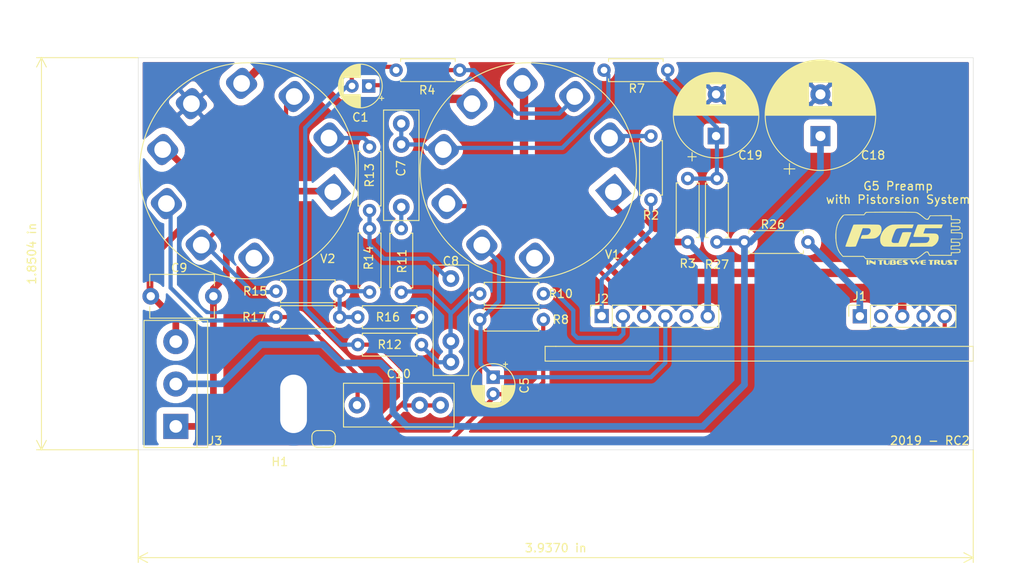
<source format=kicad_pcb>
(kicad_pcb (version 20171130) (host pcbnew "(5.1.2)-1")
  (title_block (title "Preamp G5 with Pistortion System") (date 2019-04-25) (rev RC2) (company http://www.projetg5.com) (comment 2 "Licence under Creative Commons BY-NC-SA 4.0") (comment 3 "with A-wai Amplification and LemonAmps") (comment 4 http://www.projetg5.com))
  (layers (0 F.Cu signal) (31 B.Cu signal) (34 B.Paste user) (35 F.Paste user) (36 B.SilkS user) (37 F.SilkS user) (38 B.Mask user) (39 F.Mask user) (44 Edge.Cuts user))
  (net 0 "")
  (net 1 "Net-(C1-Pad1)")
  (net 2 GNDS)
  (net 3 "Net-(C8-Pad1)")
  (net 4 /HT2)
  (net 5 /A_V1A)
  (net 6 /A+)
  (net 7 /A_V2A)
  (net 8 /A_V2B)
  (net 9 /HEATER2)
  (net 10 /K_V1B)
  (net 11 /IN)
  (net 12 /G_V1B)
  (net 13 GNDREF)
  (net 14 /BOOST)
  (net 15 /24VDC)
  (net 16 "Net-(J1-Pad2)")
  (net 17 "Net-(J2-Pad5)")
  (net 18 "Net-(C7-Pad2)")
  (net 19 "Net-(C7-Pad1)")
  (net 20 "Net-(C8-Pad2)")
  (net 21 "Net-(C10-Pad1)")
  (net 22 "Net-(C19-Pad1)")
  (net 23 "Net-(R2-Pad1)")
  (net 24 "Net-(R13-Pad1)")
  (net 25 "Net-(R14-Pad1)")
  (net 26 "Net-(R15-Pad1)")
  (net 27 "Net-(V1-Pad9)")
  (net 28 "Net-(V2-Pad9)")
  (module Capacitor_THT:CP_Radial_D5.0mm_P2.00mm (layer F.Cu) (at 72.5 91.3 270)
    (fp_text reference C5 (at 1 -3.75 90) (layer F.SilkS))
    (fp_text value 1µF/50v)
    (pad 2 thru_hole circle (at 2 0 270) (size 1.6 1.6) (drill 0.8) (layers *.Cu *.Mask) (net 2 GNDS))
    (pad 1 thru_hole rect (at 0 0 270) (size 1.6 1.6) (drill 0.8) (layers *.Cu *.Mask) (net 10 /K_V1B))
  )
  (module Capacitor_THT:CP_Radial_D5.0mm_P2.00mm (layer F.Cu) (at 57.6 56.4 180)
    (fp_text reference C1 (at 1 -3.75) (layer F.SilkS))
    (fp_text value 22µF/25v)
    (pad 2 thru_hole circle (at 2 0 180) (size 1.6 1.6) (drill 0.8) (layers *.Cu *.Mask) (net 2 GNDS))
    (pad 1 thru_hole rect (at 0 0 180) (size 1.6 1.6) (drill 0.8) (layers *.Cu *.Mask) (net 1 "Net-(C1-Pad1)"))
  )
  (module Capacitor_THT:C_Rect_L13.0mm_W4.0mm_P10.00mm_FKS3_FKP3_MKS4 (layer F.Cu) (at 67.44 79.48 270)
    (fp_text reference C8 (at -2.1 0) (layer F.SilkS))
    (fp_text value 22nF)
    (pad 2 thru_hole circle (at 10 0 270) (size 2 2) (drill 1) (layers *.Cu *.Mask) (net 20 "Net-(C8-Pad2)"))
    (pad 1 thru_hole circle (at 0 0 270) (size 2 2) (drill 1) (layers *.Cu *.Mask) (net 3 "Net-(C8-Pad1)"))
    (pad 3 thru_hole circle (at 7.5 0 270) (size 2 2) (drill 1) (layers *.Cu *.Mask))
  )
  (module Capacitor_THT:C_Rect_L13.0mm_W4.0mm_P10.00mm_FKS3_FKP3_MKS4 (layer F.Cu) (at 61.5 70.9 90)
    (fp_text reference C7 (at 4.63 -0.03 90) (layer F.SilkS))
    (fp_text value 22nF)
    (pad 2 thru_hole circle (at 10 0 90) (size 2 2) (drill 1) (layers *.Cu *.Mask) (net 18 "Net-(C7-Pad2)"))
    (pad 1 thru_hole circle (at 0 0 90) (size 2 2) (drill 1) (layers *.Cu *.Mask) (net 19 "Net-(C7-Pad1)"))
    (pad 3 thru_hole circle (at 7.5 0 90) (size 2 2) (drill 1) (layers *.Cu *.Mask))
  )
  (module Capacitor_THT:C_Rect_L13.0mm_W5.0mm_P10.00mm_FKS3_FKP3_MKS4 (layer F.Cu) (at 56.2 94.65)
    (fp_text reference C10 (at 5 -3.75) (layer F.SilkS))
    (fp_text value 100n)
    (pad 2 thru_hole circle (at 10 0) (size 2 2) (drill 1) (layers *.Cu *.Mask) (net 2 GNDS))
    (pad 1 thru_hole circle (at 0 0) (size 2 2) (drill 1) (layers *.Cu *.Mask) (net 21 "Net-(C10-Pad1)"))
    (pad 3 thru_hole circle (at 7.5 0) (size 2 2) (drill 1) (layers *.Cu *.Mask))
  )
  (module MountingHole:MountingHole_3.2mm_M3 (layer F.Cu) (at 46.95 105.65)
    (fp_text reference H1 (at 0 -4.2) (layer F.SilkS))
    (fp_text value MountingHole_Pad)
    (pad 1 thru_hole oval (at 1.65 -11.15) (size 6.4 10) (drill oval 3.2 7) (layers *.Cu *.Mask) (net 13 GNDREF))
  )
  (module Symbol:PG5_Logo_15mm_SilkScreen (layer F.Cu) (at 121.1 74.4)
    (fp_text reference REF** hide)
    (fp_text value PG5_Logo_15mm_SilkScreen hide)
  )
  (module Resistor_THT:R_Axial_DIN0207_L6.3mm_D2.5mm_P7.62mm_Horizontal (layer F.Cu) (at 95.8 67.48 270)
    (fp_text reference R3 (at 10.2 0) (layer F.SilkS))
    (fp_text value 120k)
    (pad 1 thru_hole circle (at 0 0 270) (size 1.6 1.6) (drill 0.8) (layers *.Cu *.Mask) (net 22 "Net-(C19-Pad1)"))
    (pad 2 thru_hole oval (at 7.62 0 270) (size 1.6 1.6) (drill 0.8) (layers *.Cu *.Mask) (net 5 /A_V1A))
  )
  (module Resistor_THT:R_Axial_DIN0207_L6.3mm_D2.5mm_P7.62mm_Horizontal (layer F.Cu) (at 110.2 75.1 180)
    (fp_text reference R26 (at 4.2 2.1) (layer F.SilkS))
    (fp_text value 1k)
    (pad 2 thru_hole oval (at 7.62 0 180) (size 1.6 1.6) (drill 0.8) (layers *.Cu *.Mask) (net 6 /A+))
    (pad 1 thru_hole circle (at 0 0 180) (size 1.6 1.6) (drill 0.8) (layers *.Cu *.Mask) (net 4 /HT2))
  )
  (module Connector_PinSocket_2.54mm:PinSocket_1x05_P2.54mm_Vertical (layer F.Cu) (at 116.42 84 90)
    (fp_text reference J1 (at 2.4 -0.02 180) (layer F.SilkS))
    (fp_text value PSU_TUBE)
    (pad 5 thru_hole oval (at 0 10.16 90) (size 1.7 1.7) (drill 1) (layers *.Cu *.Mask) (net 2 GNDS))
    (pad 4 thru_hole oval (at 0 7.62 90) (size 1.7 1.7) (drill 1) (layers *.Cu *.Mask) (net 13 GNDREF))
    (pad 3 thru_hole oval (at 0 5.08 90) (size 1.7 1.7) (drill 1) (layers *.Cu *.Mask) (net 15 /24VDC))
    (pad 2 thru_hole oval (at 0 2.54 90) (size 1.7 1.7) (drill 1) (layers *.Cu *.Mask) (net 16 "Net-(J1-Pad2)"))
    (pad 1 thru_hole rect (at 0 0 90) (size 1.7 1.7) (drill 1) (layers *.Cu *.Mask) (net 4 /HT2))
  )
  (module Resistor_THT:R_Axial_DIN0207_L6.3mm_D2.5mm_P7.62mm_Horizontal (layer F.Cu) (at 63.92 87.4 180)
    (fp_text reference R12 (at 3.81 0 180) (layer F.SilkS))
    (fp_text value 470k)
    (pad 2 thru_hole oval (at 7.62 0 180) (size 1.6 1.6) (drill 0.8) (layers *.Cu *.Mask) (net 2 GNDS))
    (pad 1 thru_hole circle (at 0 0 180) (size 1.6 1.6) (drill 0.8) (layers *.Cu *.Mask) (net 20 "Net-(C8-Pad2)"))
  )
  (module Resistor_THT:R_Axial_DIN0207_L6.3mm_D2.5mm_P7.62mm_Horizontal (layer F.Cu) (at 61.5 73.5 270)
    (fp_text reference R11 (at 3.9 -0.1 270) (layer F.SilkS))
    (fp_text value 470k)
    (pad 2 thru_hole oval (at 7.62 0 270) (size 1.6 1.6) (drill 0.8) (layers *.Cu *.Mask) (net 20 "Net-(C8-Pad2)"))
    (pad 1 thru_hole circle (at 0 0 270) (size 1.6 1.6) (drill 0.8) (layers *.Cu *.Mask) (net 19 "Net-(C7-Pad1)"))
  )
  (module Resistor_THT:R_Axial_DIN0207_L6.3mm_D2.5mm_P7.62mm_Horizontal (layer F.Cu) (at 70.9 81.3)
    (fp_text reference R10 (at 9.7 0) (layer F.SilkS))
    (fp_text value 100k)
    (pad 2 thru_hole oval (at 7.62 0) (size 1.6 1.6) (drill 0.8) (layers *.Cu *.Mask) (net 14 /BOOST))
    (pad 1 thru_hole circle (at 0 0) (size 1.6 1.6) (drill 0.8) (layers *.Cu *.Mask) (net 20 "Net-(C8-Pad2)"))
  )
  (module Capacitor_THT:CP_Radial_D13.0mm_P5.00mm (layer F.Cu) (at 111.7 62.4 90)
    (fp_text reference C18 (at -2.3 6.3 -180) (layer F.SilkS))
    (fp_text value 22µF/400v)
    (pad 1 thru_hole rect (at 0 0 90) (size 2.4 2.4) (drill 1.2) (layers *.Cu *.Mask) (net 6 /A+))
    (pad 2 thru_hole circle (at 5 0 90) (size 2.4 2.4) (drill 1.2) (layers *.Cu *.Mask) (net 13 GNDREF))
  )
  (module ProjectLib:Valve_Noval-B9A_Belton-VT9-PT_Socket (layer F.Cu) (at 86.9 69.1 220)
    (fp_text reference V1 (at 4.897512 -5.681055) (layer F.SilkS))
    (fp_text value ECC83)
    (pad 9 thru_hole roundrect (at 12.34 0 220) (size 3.1 3.1) (drill 2) (layers *.Cu *.Mask) (net 27 "Net-(V1-Pad9)"))
    (pad 8 thru_hole roundrect (at 16.16 5.25 220) (size 3.1 3.1) (drill 2) (layers *.Cu *.Mask) (net 10 /K_V1B))
    (pad 7 thru_hole roundrect (at 16.16 11.74 220) (size 3.1 3.1) (drill 2) (layers *.Cu *.Mask) (net 12 /G_V1B))
    (pad 6 thru_hole roundrect (at 12.34 16.99 220) (size 3.1 3.1) (drill 2) (layers *.Cu *.Mask) (net 18 "Net-(C7-Pad2)"))
    (pad 5 thru_hole roundrect (at 6.17 18.99 220) (size 3.1 3.1) (drill 2) (layers *.Cu *.Mask) (net 9 /HEATER2))
    (pad 4 thru_hole roundrect (at 0 16.99 220) (size 3.1 3.1) (drill 2) (layers *.Cu *.Mask) (net 15 /24VDC))
    (pad 3 thru_hole roundrect (at -3.81 11.74 220) (size 3.1 3.1) (drill 2) (layers *.Cu *.Mask) (net 1 "Net-(C1-Pad1)"))
    (pad 2 thru_hole roundrect (at -3.81 5.25 220) (size 3.1 3.1) (drill 2) (layers *.Cu *.Mask) (net 23 "Net-(R2-Pad1)"))
    (pad 1 thru_hole rect (at 0 0 220) (size 3.1 3.1) (drill 2) (layers *.Cu *.Mask) (net 5 /A_V1A))
  )
  (module ProjectLib:Valve_Noval-B9A_Belton-VT9-PT_Socket (layer F.Cu) (at 53.3 69.1 220)
    (fp_text reference V2 (at 5.601928 -5.742683) (layer F.SilkS))
    (fp_text value ECC83)
    (pad 9 thru_hole roundrect (at 12.34 0 220) (size 3.1 3.1) (drill 2) (layers *.Cu *.Mask) (net 28 "Net-(V2-Pad9)"))
    (pad 8 thru_hole roundrect (at 16.16 5.25 220) (size 3.1 3.1) (drill 2) (layers *.Cu *.Mask) (net 26 "Net-(R15-Pad1)"))
    (pad 7 thru_hole roundrect (at 16.16 11.74 220) (size 3.1 3.1) (drill 2) (layers *.Cu *.Mask) (net 21 "Net-(C10-Pad1)"))
    (pad 6 thru_hole roundrect (at 12.34 16.99 220) (size 3.1 3.1) (drill 2) (layers *.Cu *.Mask) (net 7 /A_V2A))
    (pad 5 thru_hole roundrect (at 6.17 18.99 220) (size 3.1 3.1) (drill 2) (layers *.Cu *.Mask) (net 13 GNDREF))
    (pad 4 thru_hole roundrect (at 0 16.99 220) (size 3.1 3.1) (drill 2) (layers *.Cu *.Mask) (net 9 /HEATER2))
    (pad 3 thru_hole roundrect (at -3.81 11.74 220) (size 3.1 3.1) (drill 2) (layers *.Cu *.Mask) (net 26 "Net-(R15-Pad1)"))
    (pad 2 thru_hole roundrect (at -3.81 5.25 220) (size 3.1 3.1) (drill 2) (layers *.Cu *.Mask) (net 24 "Net-(R13-Pad1)"))
    (pad 1 thru_hole rect (at 0 0 220) (size 3.1 3.1) (drill 2) (layers *.Cu *.Mask) (net 8 /A_V2B))
  )
  (module Jumper:SolderJumper-2_P1.3mm_Bridged_RoundedPad1.0x1.5mm (layer F.Cu) (at 52.2 98.7)
    (fp_text reference JP1 hide)
    (fp_text value Jumper)
    (fp_poly (pts (xy 0.25 -0.3) (xy -0.25 -0.3) (xy -0.25 0.3) (xy 0.25 0.3)) (layer F.Cu) (width 0))
    (pad 1 smd custom (at -0.65 0) (size 1 0.5) (layers F.Cu F.Mask) (net 13 GNDREF) (options (clearance outline) (anchor rect)) (primitives (gr_circle (center 0 0.25) (end 0.5 0.25) (width 0)) (gr_circle (center 0 -0.25) (end 0.5 -0.25) (width 0)) (gr_poly (pts (xy 0 -0.75) (xy 0.5 -0.75) (xy 0.5 0.75) (xy 0 0.75)) (width 0))))
    (pad 2 smd custom (at 0.65 0) (size 1 0.5) (layers F.Cu F.Mask) (net 2 GNDS) (options (clearance outline) (anchor rect)) (primitives (gr_circle (center 0 0.25) (end 0.5 0.25) (width 0)) (gr_circle (center 0 -0.25) (end 0.5 -0.25) (width 0)) (gr_poly (pts (xy 0 -0.75) (xy -0.5 -0.75) (xy -0.5 0.75) (xy 0 0.75)) (width 0))))
  )
  (module Capacitor_THT:CP_Radial_D10.0mm_P5.00mm (layer F.Cu) (at 99.2 62.4 90)
    (fp_text reference C19 (at -2.3 4.1) (layer F.SilkS))
    (fp_text value 10µF/400v)
    (pad 1 thru_hole rect (at 0 0 90) (size 2 2) (drill 1) (layers *.Cu *.Mask) (net 22 "Net-(C19-Pad1)"))
    (pad 2 thru_hole circle (at 5 0 90) (size 2 2) (drill 1) (layers *.Cu *.Mask) (net 13 GNDREF))
  )
  (module Capacitor_THT:C_Disc_D7.5mm_W5.0mm_P7.50mm (layer F.Cu) (at 31.5 81.6)
    (fp_text reference C9 (at 3.4 -3.4) (layer F.SilkS))
    (fp_text value 100pF)
    (pad 1 thru_hole circle (at 0 0) (size 2 2) (drill 1) (layers *.Cu *.Mask) (net 7 /A_V2A))
    (pad 2 thru_hole circle (at 7.5 0) (size 2 2) (drill 1) (layers *.Cu *.Mask) (net 8 /A_V2B))
  )
  (module Resistor_THT:R_Axial_DIN0207_L6.3mm_D2.5mm_P7.62mm_Horizontal (layer F.Cu) (at 91.4 62.4 270)
    (fp_text reference R2 (at 9.5 0) (layer F.SilkS))
    (fp_text value 33k)
    (pad 1 thru_hole circle (at 0 0 270) (size 1.6 1.6) (drill 0.8) (layers *.Cu *.Mask) (net 23 "Net-(R2-Pad1)"))
    (pad 2 thru_hole oval (at 7.62 0 270) (size 1.6 1.6) (drill 0.8) (layers *.Cu *.Mask) (net 11 /IN))
  )
  (module Resistor_THT:R_Axial_DIN0207_L6.3mm_D2.5mm_P7.62mm_Horizontal (layer F.Cu) (at 68.5 54.5 180)
    (fp_text reference R4 (at 3.9 -2.4) (layer F.SilkS))
    (fp_text value 1.8k)
    (pad 2 thru_hole oval (at 7.62 0 180) (size 1.6 1.6) (drill 0.8) (layers *.Cu *.Mask) (net 2 GNDS))
    (pad 1 thru_hole circle (at 0 0 180) (size 1.6 1.6) (drill 0.8) (layers *.Cu *.Mask) (net 1 "Net-(C1-Pad1)"))
  )
  (module Resistor_THT:R_Axial_DIN0207_L6.3mm_D2.5mm_P7.62mm_Horizontal (layer F.Cu) (at 70.9 84.4)
    (fp_text reference R8 (at 9.7 0) (layer F.SilkS))
    (fp_text value 1.8k)
    (pad 2 thru_hole oval (at 7.62 0) (size 1.6 1.6) (drill 0.8) (layers *.Cu *.Mask) (net 2 GNDS))
    (pad 1 thru_hole circle (at 0 0) (size 1.6 1.6) (drill 0.8) (layers *.Cu *.Mask) (net 10 /K_V1B))
  )
  (module Resistor_THT:R_Axial_DIN0207_L6.3mm_D2.5mm_P7.62mm_Horizontal (layer F.Cu) (at 93.4 54.5 180)
    (fp_text reference R7 (at 3.7 -2.2) (layer F.SilkS))
    (fp_text value 100k)
    (pad 1 thru_hole circle (at 0 0 180) (size 1.6 1.6) (drill 0.8) (layers *.Cu *.Mask) (net 22 "Net-(C19-Pad1)"))
    (pad 2 thru_hole oval (at 7.62 0 180) (size 1.6 1.6) (drill 0.8) (layers *.Cu *.Mask) (net 18 "Net-(C7-Pad2)"))
  )
  (module Resistor_THT:R_Axial_DIN0207_L6.3mm_D2.5mm_P7.62mm_Horizontal (layer F.Cu) (at 99.3 75.1 90)
    (fp_text reference R27 (at -2.7 0 -180) (layer F.SilkS))
    (fp_text value 1k)
    (pad 1 thru_hole circle (at 0 0 90) (size 1.6 1.6) (drill 0.8) (layers *.Cu *.Mask) (net 6 /A+))
    (pad 2 thru_hole oval (at 7.62 0 90) (size 1.6 1.6) (drill 0.8) (layers *.Cu *.Mask) (net 22 "Net-(C19-Pad1)"))
  )
  (module Resistor_THT:R_Axial_DIN0207_L6.3mm_D2.5mm_P7.62mm_Horizontal (layer F.Cu) (at 57.7 63.7 270)
    (fp_text reference R13 (at 3.4 0 270) (layer F.SilkS))
    (fp_text value 10k)
    (pad 2 thru_hole oval (at 7.62 0 270) (size 1.6 1.6) (drill 0.8) (layers *.Cu *.Mask) (net 3 "Net-(C8-Pad1)"))
    (pad 1 thru_hole circle (at 0 0 270) (size 1.6 1.6) (drill 0.8) (layers *.Cu *.Mask) (net 24 "Net-(R13-Pad1)"))
  )
  (module Resistor_THT:R_Axial_DIN0207_L6.3mm_D2.5mm_P7.62mm_Horizontal (layer F.Cu) (at 57.7 81.1 90)
    (fp_text reference R14 (at 4.1 -0.1 90) (layer F.SilkS))
    (fp_text value 1M)
    (pad 1 thru_hole circle (at 0 0 90) (size 1.6 1.6) (drill 0.8) (layers *.Cu *.Mask) (net 25 "Net-(R14-Pad1)"))
    (pad 2 thru_hole oval (at 7.62 0 90) (size 1.6 1.6) (drill 0.8) (layers *.Cu *.Mask) (net 3 "Net-(C8-Pad1)"))
  )
  (module Resistor_THT:R_Axial_DIN0207_L6.3mm_D2.5mm_P7.62mm_Horizontal (layer F.Cu) (at 46.5 81)
    (fp_text reference R15 (at -2.5 0) (layer F.SilkS))
    (fp_text value 1k)
    (pad 2 thru_hole oval (at 7.62 0) (size 1.6 1.6) (drill 0.8) (layers *.Cu *.Mask) (net 25 "Net-(R14-Pad1)"))
    (pad 1 thru_hole circle (at 0 0) (size 1.6 1.6) (drill 0.8) (layers *.Cu *.Mask) (net 26 "Net-(R15-Pad1)"))
  )
  (module Resistor_THT:R_Axial_DIN0207_L6.3mm_D2.5mm_P7.62mm_Horizontal (layer F.Cu) (at 56.3 84.1)
    (fp_text reference R16 (at 3.6 0) (layer F.SilkS))
    (fp_text value 47k)
    (pad 1 thru_hole circle (at 0 0) (size 1.6 1.6) (drill 0.8) (layers *.Cu *.Mask) (net 25 "Net-(R14-Pad1)"))
    (pad 2 thru_hole oval (at 7.62 0) (size 1.6 1.6) (drill 0.8) (layers *.Cu *.Mask) (net 2 GNDS))
  )
  (module Resistor_THT:R_Axial_DIN0207_L6.3mm_D2.5mm_P7.62mm_Horizontal (layer F.Cu) (at 46.5 84.1)
    (fp_text reference R17 (at -2.6 0) (layer F.SilkS))
    (fp_text value 1M)
    (pad 2 thru_hole oval (at 7.62 0) (size 1.6 1.6) (drill 0.8) (layers *.Cu *.Mask) (net 25 "Net-(R14-Pad1)"))
    (pad 1 thru_hole circle (at 0 0) (size 1.6 1.6) (drill 0.8) (layers *.Cu *.Mask) (net 21 "Net-(C10-Pad1)"))
  )
  (module TerminalBlock:TerminalBlock_bornier-3_P5.08mm (layer F.Cu) (at 34.5 97.2 90)
    (fp_text reference J3 (at -1.73 4.72 180) (layer F.SilkS))
    (fp_text value OT)
    (pad 1 thru_hole rect (at 0 0 90) (size 3 3) (drill 1.52) (layers *.Cu *.Mask) (net 8 /A_V2B))
    (pad 2 thru_hole circle (at 5.08 0 90) (size 3 3) (drill 1.52) (layers *.Cu *.Mask) (net 6 /A+))
    (pad 3 thru_hole circle (at 10.16 0 90) (size 3 3) (drill 1.52) (layers *.Cu *.Mask) (net 7 /A_V2A))
  )
  (module Connector_PinSocket_2.54mm:PinSocket_1x06_P2.54mm_Vertical (layer F.Cu) (at 85.5 84 90)
    (fp_text reference J2 (at 2.1 0 180) (layer F.SilkS))
    (fp_text value PCB_TUBE)
    (pad 1 thru_hole rect (at 0.02 0 90) (size 1.7 1.7) (drill 1) (layers *.Cu *.Mask) (net 11 /IN))
    (pad 2 thru_hole oval (at 0 2.54 90) (size 1.7 1.7) (drill 1) (layers *.Cu *.Mask) (net 14 /BOOST))
    (pad 3 thru_hole oval (at 0 5.08 90) (size 1.7 1.7) (drill 1) (layers *.Cu *.Mask) (net 12 /G_V1B))
    (pad 4 thru_hole oval (at 0 7.62 90) (size 1.7 1.7) (drill 1) (layers *.Cu *.Mask) (net 10 /K_V1B))
    (pad 5 thru_hole oval (at 0 10.16 90) (size 1.7 1.7) (drill 1) (layers *.Cu *.Mask) (net 17 "Net-(J2-Pad5)"))
    (pad 6 thru_hole oval (at 0 12.7 90) (size 1.7 1.7) (drill 1) (layers *.Cu *.Mask) (net 5 /A_V1A))
  )
  (gr_text "2019 - RC2" (at 124.8 98.9) (layer F.SilkS) (effects (font (size 1 1))))
  (gr_text "G5 Preamp\nwith Pistorsion System" (at 121 69.2) (layer F.SilkS) (effects (font (size 1 1))))
  (dimension 100 (width 0.12) (layer F.SilkS) (gr_text "100,000 mm" (at 80 114.2) (layer F.SilkS) (effects (font (size 1 1) (thickness 0.15)))) (feature1 (pts (xy 130 100) (xy 130 113.516421))) (feature2 (pts (xy 30 100) (xy 30 113.516421))) (crossbar (pts (xy 30 112.93) (xy 130 112.93))) (arrow1a (pts (xy 130 112.93) (xy 128.873496 113.516421))) (arrow1b (pts (xy 130 112.93) (xy 128.873496 112.343579))) (arrow2a (pts (xy 30 112.93) (xy 31.126504 113.516421))) (arrow2b (pts (xy 30 112.93) (xy 31.126504 112.343579))))
  (dimension 47 (width 0.12) (layer F.SilkS) (gr_text "47,000 mm" (at 17.14 76.5 270) (layer F.SilkS) (effects (font (size 1 1) (thickness 0.15)))) (feature1 (pts (xy 30 100) (xy 17.823579 100))) (feature2 (pts (xy 30 53) (xy 17.823579 53))) (crossbar (pts (xy 18.41 53) (xy 18.41 100))) (arrow1a (pts (xy 18.41 100) (xy 17.823579 98.873496))) (arrow1b (pts (xy 18.41 100) (xy 18.996421 98.873496))) (arrow2a (pts (xy 18.41 53) (xy 17.823579 54.126504))) (arrow2b (pts (xy 18.41 53) (xy 18.996421 54.126504))))
  (gr_line (start 80.01 87.61) (end 78.73 87.61) (layer F.SilkS) (width 0.12))
  (gr_line (start 130 87.61) (end 130 89.36) (layer F.SilkS) (width 0.12))
  (gr_line (start 80 87.61) (end 129.99 87.61) (layer F.SilkS) (width 0.12))
  (gr_line (start 78.73 87.61) (end 78.73 89.37) (layer F.SilkS) (width 0.12))
  (gr_line (start 129.99 89.37) (end 78.74 89.37) (layer F.SilkS) (width 0.12))
  (gr_line (start 30 100) (end 30 53) (layer Edge.Cuts) (width 0.05))
  (gr_line (start 130 100) (end 30 100) (layer Edge.Cuts) (width 0.05))
  (gr_line (start 130 53) (end 130 100) (layer Edge.Cuts) (width 0.05))
  (gr_line (start 30 53) (end 130 53) (layer Edge.Cuts) (width 0.05))
  (segment (start 66.8 54.5) (end 68.5 54.5) (width 0.5) (layer F.Cu) (net 1))
  (segment (start 65 56.3) (end 66.8 54.5) (width 0.5) (layer F.Cu) (net 1))
  (segment (start 57.7 56.4) (end 57.8 56.3) (width 0.5) (layer F.Cu) (net 1))
  (segment (start 57.8 56.3) (end 65 56.3) (width 0.5) (layer F.Cu) (net 1))
  (segment (start 82.272303 57.827697) (end 82.272303 57.457617) (width 0.5) (layer B.Cu) (net 1))
  (segment (start 80.4 59.7) (end 82.272303 57.827697) (width 0.5) (layer B.Cu) (net 1))
  (segment (start 75.4 59.7) (end 80.4 59.7) (width 0.5) (layer B.Cu) (net 1))
  (segment (start 68.5 54.5) (end 70.2 54.5) (width 0.5) (layer B.Cu) (net 1))
  (segment (start 70.2 54.5) (end 75.4 59.7) (width 0.5) (layer B.Cu) (net 1))
  (segment (start 78.6 83.8) (end 78.6 84) (width 0.5) (layer B.Cu) (net 2))
  (segment (start 60.9 54.5) (end 60.5 54.1) (width 0.5) (layer B.Cu) (net 2))
  (segment (start 54.3 87.4) (end 56.3 87.4) (width 0.5) (layer B.Cu) (net 2))
  (segment (start 50 83.1) (end 54.3 87.4) (width 0.5) (layer B.Cu) (net 2))
  (segment (start 50 61.4) (end 50 83.1) (width 0.5) (layer B.Cu) (net 2))
  (segment (start 55.2 56.3) (end 55.1 56.3) (width 0.5) (layer B.Cu) (net 2))
  (segment (start 55.1 56.3) (end 50 61.4) (width 0.5) (layer B.Cu) (net 2))
  (segment (start 52.8 98.7) (end 57.4 98.7) (width 0.5) (layer F.Cu) (net 2))
  (segment (start 57.4 98.7) (end 57.405457 98.705457) (width 0.5) (layer F.Cu) (net 2))
  (segment (start 57.405457 98.705457) (end 67.594543 98.705457) (width 0.5) (layer F.Cu) (net 2))
  (segment (start 60.45 95.65) (end 57.4 98.7) (width 0.5) (layer F.Cu) (net 2))
  (segment (start 74.894543 98.705457) (end 67.594543 98.705457) (width 0.5) (layer F.Cu) (net 2))
  (segment (start 119.194543 98.705457) (end 74.894543 98.705457) (width 0.5) (layer F.Cu) (net 2))
  (segment (start 126.58 84) (end 126.58 91.32) (width 0.5) (layer F.Cu) (net 2))
  (segment (start 126.58 91.32) (end 119.194543 98.705457) (width 0.5) (layer F.Cu) (net 2))
  (segment (start 58.7 87.4) (end 56.3 87.4) (width 0.5) (layer F.Cu) (net 2))
  (segment (start 62.1 90.8) (end 58.7 87.4) (width 0.5) (layer F.Cu) (net 2))
  (segment (start 62.1 94) (end 60.45 95.65) (width 0.5) (layer F.Cu) (net 2))
  (segment (start 61.641254 90.341254) (end 62.1 90.8) (width 0.5) (layer F.Cu) (net 2))
  (segment (start 62.1 90.8) (end 62.1 94) (width 0.5) (layer F.Cu) (net 2))
  (segment (start 62.1 84.6) (end 62.1 90.8) (width 0.5) (layer F.Cu) (net 2))
  (segment (start 63.92 84) (end 62.7 84) (width 0.5) (layer F.Cu) (net 2))
  (segment (start 62.7 84) (end 62.1 84.6) (width 0.5) (layer F.Cu) (net 2))
  (segment (start 61.41 94.69) (end 60.45 95.65) (width 0.5) (layer F.Cu) (net 2))
  (segment (start 66.16 94.69) (end 61.41 94.69) (width 0.5) (layer F.Cu) (net 2))
  (segment (start 55.57 54.53) (end 55.57 56.36) (width 0.5) (layer F.Cu) (net 2))
  (segment (start 60.5 54.1) (end 56 54.1) (width 0.5) (layer F.Cu) (net 2))
  (segment (start 56 54.1) (end 55.57 54.53) (width 0.5) (layer F.Cu) (net 2))
  (segment (start 72.48 93.82) (end 67.594543 98.705457) (width 0.5) (layer F.Cu) (net 2))
  (segment (start 72.48 93.37) (end 72.48 93.82) (width 0.5) (layer F.Cu) (net 2))
  (segment (start 72.51 93.34) (end 72.48 93.37) (width 0.5) (layer F.Cu) (net 2))
  (segment (start 77.06 93.34) (end 72.51 93.34) (width 0.5) (layer F.Cu) (net 2))
  (segment (start 78.5 84.4) (end 78.5 91.9) (width 0.5) (layer F.Cu) (net 2))
  (segment (start 78.5 91.9) (end 77.06 93.34) (width 0.5) (layer F.Cu) (net 2))
  (segment (start 64.7 77.1) (end 67.4 79.8) (width 0.5) (layer B.Cu) (net 3))
  (segment (start 59.4 77.1) (end 64.7 77.1) (width 0.5) (layer B.Cu) (net 3))
  (segment (start 57.7 71.4) (end 57.7 75.4) (width 0.5) (layer B.Cu) (net 3))
  (segment (start 57.7 75.4) (end 59.4 77.1) (width 0.5) (layer B.Cu) (net 3))
  (segment (start 116.42 81.32) (end 110.2 75.1) (width 0.8) (layer B.Cu) (net 4))
  (segment (start 116.42 84) (end 116.42 81.32) (width 0.8) (layer B.Cu) (net 4))
  (segment (start 98.2 84) (end 98.2 77.5) (width 0.8) (layer B.Cu) (net 5))
  (segment (start 98.2 77.5) (end 95.8 75.1) (width 0.8) (layer B.Cu) (net 5))
  (segment (start 91.3 75.1) (end 95.8 75.1) (width 0.8) (layer F.Cu) (net 5))
  (segment (start 86.9 68.9) (end 86.9 70.7) (width 0.8) (layer F.Cu) (net 5))
  (segment (start 86.9 70.7) (end 91.3 75.1) (width 0.8) (layer F.Cu) (net 5))
  (segment (start 111.7 66.7) (end 111.7 62.5) (width 0.8) (layer B.Cu) (net 6))
  (segment (start 99.3 75.1) (end 103.3 75.1) (width 0.8) (layer B.Cu) (net 6))
  (segment (start 103.3 75.1) (end 111.7 66.7) (width 0.8) (layer B.Cu) (net 6))
  (segment (start 102.6 92.2) (end 102.6 78.4) (width 0.8) (layer B.Cu) (net 6))
  (segment (start 97.6 97.2) (end 102.6 92.2) (width 0.8) (layer B.Cu) (net 6))
  (segment (start 60.5 95.5) (end 62.2 97.2) (width 0.8) (layer B.Cu) (net 6))
  (segment (start 60.5 91.1) (end 60.5 95.5) (width 0.8) (layer B.Cu) (net 6))
  (segment (start 62.2 97.2) (end 97.6 97.2) (width 0.8) (layer B.Cu) (net 6))
  (segment (start 59 89.6) (end 60.5 91.1) (width 0.8) (layer B.Cu) (net 6))
  (segment (start 34.52 92.1) (end 40 92.1) (width 0.8) (layer B.Cu) (net 6))
  (segment (start 34.5 92.12) (end 34.52 92.1) (width 0.8) (layer B.Cu) (net 6))
  (segment (start 102.6 78.4) (end 102.6 75.1) (width 0.8) (layer B.Cu) (net 6))
  (segment (start 40 92.1) (end 44.7 87.4) (width 0.8) (layer B.Cu) (net 6))
  (segment (start 44.7 87.4) (end 52.1 87.4) (width 0.8) (layer B.Cu) (net 6))
  (segment (start 52.1 87.4) (end 54.3 89.6) (width 0.8) (layer B.Cu) (net 6))
  (segment (start 54.3 89.6) (end 59 89.6) (width 0.8) (layer B.Cu) (net 6))
  (segment (start 34.5 84.44998) (end 34.5 86.9) (width 0.8) (layer F.Cu) (net 7))
  (segment (start 31.65002 81.6) (end 34.5 84.44998) (width 0.8) (layer F.Cu) (net 7))
  (segment (start 37.8 68.390854) (end 37.8 70.8) (width 0.8) (layer F.Cu) (net 7))
  (segment (start 33.42605 64.016904) (end 37.8 68.390854) (width 0.8) (layer F.Cu) (net 7))
  (segment (start 37.8 70.8) (end 31.406979 77.193021) (width 0.8) (layer F.Cu) (net 7))
  (segment (start 31.406979 77.193021) (end 31.406979 81.406979) (width 0.8) (layer F.Cu) (net 7))
  (segment (start 31.406979 81.406979) (end 31.6 81.6) (width 0.8) (layer F.Cu) (net 7))
  (segment (start 31.6 81.6) (end 31.65002 81.6) (width 0.8) (layer F.Cu) (net 7))
  (segment (start 37 97.2) (end 34.5 97.2) (width 0.8) (layer F.Cu) (net 8))
  (segment (start 39 95.2) (end 37 97.2) (width 0.8) (layer F.Cu) (net 8))
  (segment (start 53.4 69) (end 47.902725 69) (width 0.8) (layer F.Cu) (net 8))
  (segment (start 53.5 69.1) (end 53.4 69) (width 0.8) (layer F.Cu) (net 8))
  (segment (start 47.902725 69) (end 40.55 76.352725) (width 0.8) (layer F.Cu) (net 8))
  (segment (start 40.55 76.352725) (end 40.55 79.15) (width 0.8) (layer F.Cu) (net 8))
  (segment (start 40.55 79.15) (end 39 80.7) (width 0.8) (layer F.Cu) (net 8))
  (segment (start 39 80.7) (end 39 95.2) (width 0.8) (layer F.Cu) (net 8))
  (segment (start 44.37499 54.32501) (end 42.6 56.1) (width 1) (layer F.Cu) (net 9))
  (segment (start 49.917008 54.32501) (end 44.37499 54.32501) (width 1) (layer F.Cu) (net 9))
  (segment (start 69.966969 58.333031) (end 69.573938 57.94) (width 1) (layer F.Cu) (net 9))
  (segment (start 69.966969 58.318816) (end 69.966969 58.333031) (width 1) (layer F.Cu) (net 9))
  (segment (start 69.573938 57.94) (end 60.000002 57.94) (width 1) (layer F.Cu) (net 9))
  (segment (start 60.000002 57.94) (end 59.440001 58.500001) (width 1) (layer F.Cu) (net 9))
  (segment (start 59.440001 58.500001) (end 54.091999 58.500001) (width 1) (layer F.Cu) (net 9))
  (segment (start 54.091999 58.500001) (end 49.917008 54.32501) (width 1) (layer F.Cu) (net 9))
  (segment (start 93.12 89.58) (end 93.12 84) (width 0.5) (layer B.Cu) (net 10))
  (segment (start 74 91.3) (end 91.4 91.3) (width 0.5) (layer B.Cu) (net 10))
  (segment (start 91.4 91.3) (end 93.12 89.58) (width 0.5) (layer B.Cu) (net 10))
  (segment (start 72.6 91.3) (end 74 91.3) (width 0.5) (layer B.Cu) (net 10))
  (segment (start 71 89.7) (end 72.6 91.3) (width 0.5) (layer B.Cu) (net 10))
  (segment (start 71 84.4) (end 71 89.7) (width 0.5) (layer B.Cu) (net 10))
  (segment (start 73.2 82.2) (end 71 84.4) (width 0.5) (layer B.Cu) (net 10))
  (segment (start 71.146087 75.465714) (end 73.2 77.519627) (width 0.5) (layer B.Cu) (net 10))
  (segment (start 73.2 77.519627) (end 73.2 82.2) (width 0.5) (layer B.Cu) (net 10))
  (segment (start 91.4 70) (end 91.4 70.1) (width 0.5) (layer B.Cu) (net 11))
  (segment (start 91.4 73.7) (end 91.4 70) (width 0.5) (layer B.Cu) (net 11))
  (segment (start 85.5 83.98) (end 85.5 79.6) (width 0.5) (layer B.Cu) (net 11))
  (segment (start 85.5 79.6) (end 91.4 73.7) (width 0.5) (layer B.Cu) (net 11))
  (segment (start 67.3 70.8) (end 67 70.5) (width 0.5) (layer F.Cu) (net 12))
  (segment (start 77.5 70.8) (end 67.3 70.8) (width 0.5) (layer F.Cu) (net 12))
  (segment (start 88 81.3) (end 77.5 70.8) (width 0.5) (layer F.Cu) (net 12))
  (segment (start 89.7 81.3) (end 88 81.3) (width 0.5) (layer F.Cu) (net 12))
  (segment (start 90.58 84) (end 90.58 82.18) (width 0.5) (layer F.Cu) (net 12))
  (segment (start 90.58 82.18) (end 89.7 81.3) (width 0.5) (layer F.Cu) (net 12))
  (segment (start 46.8 95.8) (end 45.6 95.8) (width 0.5) (layer F.Cu) (net 13))
  (segment (start 51.5 98.7) (end 49.7 98.7) (width 0.5) (layer F.Cu) (net 13))
  (segment (start 49.7 98.7) (end 46.8 95.8) (width 0.5) (layer F.Cu) (net 13))
  (segment (start 80.1 81.3) (end 82.1 83.3) (width 0.5) (layer B.Cu) (net 14))
  (segment (start 88.1 86.1) (end 88.1 84) (width 0.5) (layer B.Cu) (net 14))
  (segment (start 78.6 81.3) (end 80.1 81.3) (width 0.5) (layer B.Cu) (net 14))
  (segment (start 82.1 86.1) (end 82.6 86.6) (width 0.5) (layer B.Cu) (net 14))
  (segment (start 82.1 83.3) (end 82.1 86.1) (width 0.5) (layer B.Cu) (net 14))
  (segment (start 82.6 86.6) (end 87.6 86.6) (width 0.5) (layer B.Cu) (net 14))
  (segment (start 87.6 86.6) (end 88.1 86.1) (width 0.5) (layer B.Cu) (net 14))
  (segment (start 76.2 55.8) (end 76.1 55.9) (width 1) (layer F.Cu) (net 15))
  (segment (start 76.2 65.5) (end 76.2 55.8) (width 1) (layer F.Cu) (net 15))
  (segment (start 89.5 78.8) (end 76.2 65.5) (width 1) (layer F.Cu) (net 15))
  (segment (start 119.5 78.8) (end 89.5 78.8) (width 1) (layer F.Cu) (net 15))
  (segment (start 121.5 84) (end 121.5 80.8) (width 1) (layer F.Cu) (net 15))
  (segment (start 121.5 80.8) (end 119.5 78.8) (width 1) (layer F.Cu) (net 15))
  (segment (start 86.3 55.1) (end 85.8 54.6) (width 0.5) (layer B.Cu) (net 18))
  (segment (start 86.3 58.3) (end 86.3 55.1) (width 0.5) (layer B.Cu) (net 18))
  (segment (start 66.52605 63.816904) (end 80.783096 63.816904) (width 0.5) (layer B.Cu) (net 18))
  (segment (start 80.783096 63.816904) (end 86.3 58.3) (width 0.5) (layer B.Cu) (net 18))
  (segment (start 66.5 63.9) (end 66.6 64) (width 0.5) (layer B.Cu) (net 18))
  (segment (start 64.56 63.9) (end 66.5 63.9) (width 0.5) (layer B.Cu) (net 18))
  (segment (start 61.5 63.41) (end 64.07 63.41) (width 0.5) (layer B.Cu) (net 18))
  (segment (start 64.07 63.41) (end 64.56 63.9) (width 0.5) (layer B.Cu) (net 18))
  (segment (start 61.5 63.4) (end 61.5 60.92) (width 0.5) (layer B.Cu) (net 18))
  (segment (start 61.5 60.92) (end 61.52 60.9) (width 0.5) (layer B.Cu) (net 18))
  (segment (start 61.5 70.4) (end 61.5 73.4) (width 0.5) (layer B.Cu) (net 19))
  (segment (start 64.82 81.02) (end 67.3 83.5) (width 0.5) (layer B.Cu) (net 20))
  (segment (start 61.5 81.02) (end 64.82 81.02) (width 0.5) (layer B.Cu) (net 20))
  (segment (start 67.3 83.5) (end 67.4 83.6) (width 0.5) (layer B.Cu) (net 20))
  (segment (start 67.4 83.6) (end 67.4 87.2) (width 0.5) (layer B.Cu) (net 20))
  (segment (start 66.96 89.51) (end 67.35 89.9) (width 0.5) (layer B.Cu) (net 20))
  (segment (start 63.8 87.4) (end 65.91 89.51) (width 0.5) (layer B.Cu) (net 20))
  (segment (start 65.91 89.51) (end 66.96 89.51) (width 0.5) (layer B.Cu) (net 20))
  (segment (start 67.4 89.47) (end 67.39 89.48) (width 0.5) (layer B.Cu) (net 20))
  (segment (start 67.4 83.7) (end 67.4 89.47) (width 0.5) (layer B.Cu) (net 20))
  (segment (start 70.9 81.3) (end 69.8 81.3) (width 0.5) (layer B.Cu) (net 20))
  (segment (start 69.8 81.3) (end 67.4 83.7) (width 0.5) (layer B.Cu) (net 20))
  (segment (start 46.2 84.5) (end 46.6 84.1) (width 0.5) (layer B.Cu) (net 21))
  (segment (start 37.8 84.5) (end 46.2 84.5) (width 0.5) (layer B.Cu) (net 21))
  (segment (start 33.874395 70.494086) (end 33.874395 80.574395) (width 0.5) (layer B.Cu) (net 21))
  (segment (start 33.874395 80.574395) (end 37.8 84.5) (width 0.5) (layer B.Cu) (net 21))
  (segment (start 56.27 91.07) (end 56.27 94.68) (width 0.5) (layer F.Cu) (net 21))
  (segment (start 46.5 84.1) (end 49.3 84.1) (width 0.5) (layer F.Cu) (net 21))
  (segment (start 49.3 84.1) (end 56.27 91.07) (width 0.5) (layer F.Cu) (net 21))
  (segment (start 95.8 67.5) (end 99.3 67.5) (width 0.5) (layer B.Cu) (net 22))
  (segment (start 96.2 67.1) (end 95.8 67.5) (width 0.5) (layer B.Cu) (net 22))
  (segment (start 99.3 67.48) (end 99.3 62.4) (width 0.5) (layer B.Cu) (net 22))
  (segment (start 99.3 61.4) (end 99.3 62.4) (width 0.5) (layer B.Cu) (net 22))
  (segment (start 93.4 54.6) (end 93.4 55.5) (width 0.5) (layer B.Cu) (net 22))
  (segment (start 93.4 55.5) (end 99.3 61.4) (width 0.5) (layer B.Cu) (net 22))
  (segment (start 91.4 62.4) (end 90.26863 62.4) (width 0.5) (layer B.Cu) (net 23))
  (segment (start 90.26863 62.4) (end 86.5 62.4) (width 0.5) (layer B.Cu) (net 23))
  (segment (start 53.043994 62.629246) (end 57.029246 62.629246) (width 0.5) (layer B.Cu) (net 24))
  (segment (start 57.029246 62.629246) (end 58 63.6) (width 0.5) (layer B.Cu) (net 24))
  (segment (start 58 63.6) (end 58.1 63.7) (width 0.5) (layer B.Cu) (net 24))
  (segment (start 54.12 81) (end 58.1 81) (width 0.5) (layer B.Cu) (net 25))
  (segment (start 56.2 84.1) (end 56.3 84) (width 0.5) (layer B.Cu) (net 25))
  (segment (start 54.14 84.1) (end 56.2 84.1) (width 0.5) (layer B.Cu) (net 25))
  (segment (start 54.12 81) (end 54.12 84.08) (width 0.5) (layer B.Cu) (net 25))
  (segment (start 54.12 84.08) (end 54.14 84.1) (width 0.5) (layer B.Cu) (net 25))
  (segment (start 47.701392 58.828528) (end 47.701392 65.398608) (width 0.5) (layer F.Cu) (net 26))
  (segment (start 48.872303 57.657617) (end 47.701392 58.828528) (width 0.5) (layer F.Cu) (net 26))
  (segment (start 47.701392 65.398608) (end 37.8 75.3) (width 0.5) (layer F.Cu) (net 26))
  (segment (start 38.046087 75.465714) (end 43.680373 81.1) (width 0.5) (layer B.Cu) (net 26))
  (segment (start 43.680373 81.1) (end 46.5 81.1) (width 0.5) (layer B.Cu) (net 26))
  (zone (net 13) (net_name GNDREF) (layer B.Cu) (connect_pads (clearance 0.508)) (min_thickness 0.254) (fill yes (arc_segments 32) (thermal_gap 0.508) (thermal_bridge_width 0.508))
    (polygon (pts (xy 27.4 51.14) (xy 27.4 103.63) (xy 133.16 103.63) (xy 133.16 50.32) (xy 27.33 50.32) (xy 27.41 51.15)))
  )
  (zone (net 13) (net_name GNDREF) (layer F.Cu) (connect_pads (clearance 0.508)) (min_thickness 0.254) (fill yes (arc_segments 32) (thermal_gap 0.508) (thermal_bridge_width 0.508))
    (polygon (pts (xy 24.93 46.86) (xy 24.08 105.58) (xy 136.08 106.36) (xy 135.23 46.09) (xy 25.08 46.79)))
  )
)
</source>
